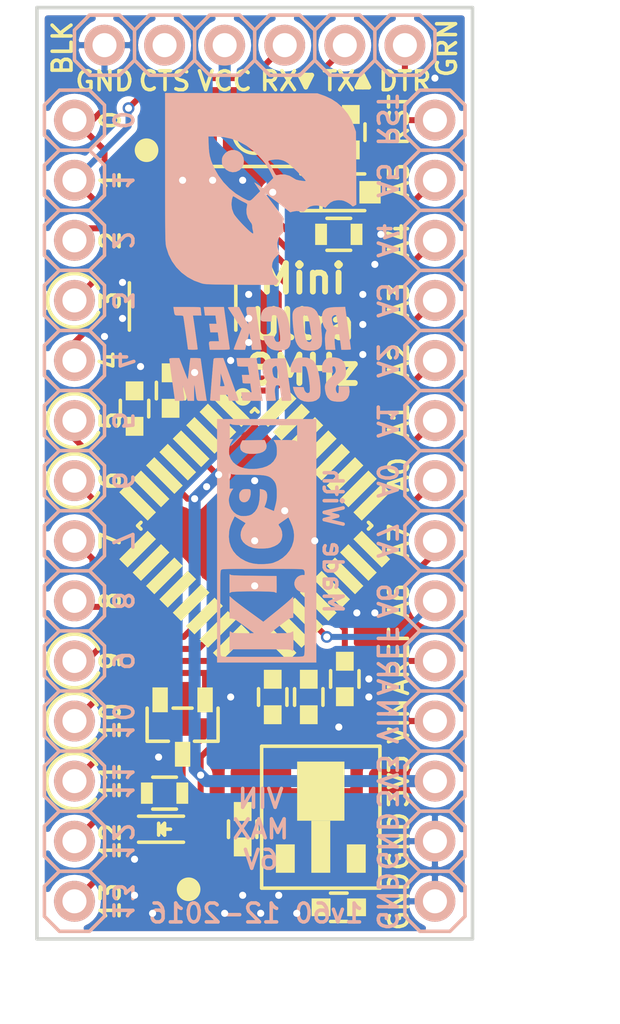
<source format=kicad_pcb>
(kicad_pcb (version 20170123) (host pcbnew no-vcs-found-5f4599f~59~ubuntu16.04.1)
  (layers (0 F.Cu signal) (31 B.Cu signal) (34 B.Paste user) (35 F.Paste user) (36 B.SilkS user) (37 F.SilkS user) (38 B.Mask user) (39 F.Mask user) (44 Edge.Cuts user))
  (net 0 "")
  (net 1 GND)
  (net 2 /D4)
  (net 3 /D9)
  (net 4 /RST)
  (net 5 /D3)
  (net 6 3V3)
  (net 7 /D5)
  (net 8 /D6)
  (net 9 /D7)
  (net 10 /D8)
  (net 11 /D10)
  (net 12 /D11)
  (net 13 /D12)
  (net 14 /D13)
  (net 15 /A6)
  (net 16 AREF)
  (net 17 /A7)
  (net 18 /A0)
  (net 19 /A1)
  (net 20 /A2)
  (net 21 /A3)
  (net 22 /A4)
  (net 23 /A5)
  (net 24 /D0)
  (net 25 /D1)
  (net 26 /D2)
  (net 27 "Net-(D2-Pad1)")
  (net 28 "Net-(M1-Pad~)")
  (net 29 "Net-(M2-Pad~)")
  (net 30 "Net-(Q1-Pad3)")
  (net 31 "Net-(J1-Pad5)")
  (net 32 VIN)
  (net 33 "Net-(U2-Pad7)")
  (net 34 "Net-(U2-Pad8)")
  (net 35 "Net-(C5-Pad1)")
  (net 36 "Net-(C6-Pad2)")
  (module RocketScreamKicadLibrary:LOGO-KICAD_XSmall (layer B.Cu) (at 209.398 133.49 90)
    (fp_text reference LOGO1 hide)
    (fp_text value LOGO-KICAD hide)
  )
  (module RocketScreamKicadLibrary:LOGO-ROCKET-SCREAM_Vertical_XSmall (layer B.Cu) (at 209.144 121.298 180)
    (fp_text reference LOGO2 hide)
    (fp_text value LOGO-ROCKET-SCREAM hide)
  )
  (module RocketScreamKicadLibrary:PBRC-M (layer F.Cu) (at 205.842 123.584 180)
    (fp_text reference Y1 hide)
    (fp_text value PBRC8.00MR50X000)
    (pad 1 smd rect (at -1.5 0 180) (size 0.4 1.7) (layers F.Cu F.Paste F.Mask) (net 33 "Net-(U2-Pad7)"))
    (pad 2 smd rect (at 0 0 180) (size 0.4 1.7) (layers F.Cu F.Paste F.Mask) (net 1 GND))
    (pad 3 smd rect (at 1.5 0 180) (size 0.4 1.7) (layers F.Cu F.Paste F.Mask) (net 34 "Net-(U2-Pad8)"))
    (pad 1 smd rect (at -1.5 1.075 180) (size 1 0.45) (layers F.Cu F.Paste F.Mask) (net 33 "Net-(U2-Pad7)"))
    (pad 1 smd rect (at -1.5 -1.075 180) (size 1 0.45) (layers F.Cu F.Paste F.Mask) (net 33 "Net-(U2-Pad7)"))
    (pad 2 smd rect (at 0 -1.075 180) (size 1 0.45) (layers F.Cu F.Paste F.Mask) (net 1 GND))
    (pad 2 smd rect (at 0 1.075 180) (size 1 0.45) (layers F.Cu F.Paste F.Mask) (net 1 GND))
    (pad 3 smd rect (at 1.5 -1.075 180) (size 1 0.45) (layers F.Cu F.Paste F.Mask) (net 34 "Net-(U2-Pad8)"))
    (pad 3 smd rect (at 1.5 1.075 180) (size 1 0.45) (layers F.Cu F.Paste F.Mask) (net 34 "Net-(U2-Pad8)"))
  )
  (module RocketScreamKicadLibrary:LED_0603 (layer F.Cu) (at 205.08 145.682)
    (fp_text reference D2 hide)
    (fp_text value Red)
    (pad 2 smd rect (at 0.7493 0 180) (size 0.79756 0.79756) (layers F.Cu F.Paste F.Mask) (net 6 3V3))
    (pad 1 smd rect (at -0.7493 0 180) (size 0.79756 0.79756) (layers F.Cu F.Paste F.Mask) (net 27 "Net-(D2-Pad1)"))
  )
  (module RocketScreamKicadLibrary:SOT-23 (layer F.Cu) (at 205.842 141.364 180)
    (fp_text reference Q1 hide)
    (fp_text value 2N7002)
    (pad 1 smd rect (at -0.95 1.15 180) (size 0.65 1.05) (layers F.Cu F.Paste F.SilkS F.Mask) (net 14 /D13))
    (pad 2 smd rect (at 0.95 1.15 180) (size 0.65 1.05) (layers F.Cu F.Paste F.SilkS F.Mask) (net 1 GND))
    (pad 3 smd rect (at 0 -1.15 180) (size 0.65 1.05) (layers F.Cu F.Paste F.SilkS F.Mask) (net 30 "Net-(Q1-Pad3)"))
  )
  (module RocketScreamKicadLibrary:HDR_1x14_Pitch2.54mm (layer B.Cu) (at 201.27 132.22 270)
    (fp_text reference J2 hide)
    (fp_text value "2.54 mm 1x14")
    (pad 10 thru_hole oval (at 6.35 0 270) (size 1.7272 1.7272) (drill 1.016) (layers *.Cu *.Mask B.SilkS) (net 3 /D9))
    (pad 9 thru_hole oval (at 3.81 0 270) (size 1.7272 1.7272) (drill 1.016) (layers *.Cu *.Mask B.SilkS) (net 10 /D8))
    (pad 8 thru_hole oval (at 1.27 0 270) (size 1.7272 1.7272) (drill 1.016) (layers *.Cu *.Mask B.SilkS) (net 9 /D7))
    (pad 7 thru_hole oval (at -1.27 0 270) (size 1.7272 1.7272) (drill 1.016) (layers *.Cu *.Mask B.SilkS) (net 8 /D6))
    (pad 6 thru_hole oval (at -3.81 0 270) (size 1.7272 1.7272) (drill 1.016) (layers *.Cu *.Mask B.SilkS) (net 7 /D5))
    (pad 5 thru_hole oval (at -6.35 0 270) (size 1.7272 1.7272) (drill 1.016) (layers *.Cu *.Mask B.SilkS) (net 2 /D4))
    (pad 4 thru_hole oval (at -8.89 0 270) (size 1.7272 1.7272) (drill 1.016) (layers *.Cu *.Mask B.SilkS) (net 5 /D3))
    (pad 3 thru_hole oval (at -11.43 0 270) (size 1.7272 1.7272) (drill 1.016) (layers *.Cu *.Mask B.SilkS) (net 26 /D2))
    (pad 2 thru_hole oval (at -13.97 0 270) (size 1.7272 1.7272) (drill 1.016) (layers *.Cu *.Mask B.SilkS) (net 25 /D1))
    (pad 1 thru_hole oval (at -16.51 0 270) (size 1.7272 1.7272) (drill 1.016) (layers *.Cu *.Mask B.SilkS) (net 24 /D0))
    (pad 11 thru_hole oval (at 8.89 0 270) (size 1.7272 1.7272) (drill 1.016) (layers *.Cu *.Mask B.SilkS) (net 11 /D10))
    (pad 12 thru_hole oval (at 11.43 0 270) (size 1.7272 1.7272) (drill 1.016) (layers *.Cu *.Mask B.SilkS) (net 12 /D11))
    (pad 13 thru_hole oval (at 13.97 0 270) (size 1.7272 1.7272) (drill 1.016) (layers *.Cu *.Mask B.SilkS) (net 13 /D12))
    (pad 14 thru_hole oval (at 16.51 0 270) (size 1.7272 1.7272) (drill 1.016) (layers *.Cu *.Mask B.SilkS) (net 14 /D13))
  )
  (module RocketScreamKicadLibrary:HDR_1x14_Pitch2.54mm (layer B.Cu) (at 216.51 132.22 270)
    (fp_text reference J3 hide)
    (fp_text value "2.54 mm 1x14")
    (pad 14 thru_hole oval (at 16.51 0 270) (size 1.7272 1.7272) (drill 1.016) (layers *.Cu *.Mask B.SilkS) (net 1 GND))
    (pad 13 thru_hole oval (at 13.97 0 270) (size 1.7272 1.7272) (drill 1.016) (layers *.Cu *.Mask B.SilkS) (net 1 GND))
    (pad 12 thru_hole oval (at 11.43 0 270) (size 1.7272 1.7272) (drill 1.016) (layers *.Cu *.Mask B.SilkS) (net 6 3V3))
    (pad 11 thru_hole oval (at 8.89 0 270) (size 1.7272 1.7272) (drill 1.016) (layers *.Cu *.Mask B.SilkS) (net 32 VIN))
    (pad 1 thru_hole oval (at -16.51 0 270) (size 1.7272 1.7272) (drill 1.016) (layers *.Cu *.Mask B.SilkS) (net 4 /RST))
    (pad 2 thru_hole oval (at -13.97 0 270) (size 1.7272 1.7272) (drill 1.016) (layers *.Cu *.Mask B.SilkS) (net 23 /A5))
    (pad 3 thru_hole oval (at -11.43 0 270) (size 1.7272 1.7272) (drill 1.016) (layers *.Cu *.Mask B.SilkS) (net 22 /A4))
    (pad 4 thru_hole oval (at -8.89 0 270) (size 1.7272 1.7272) (drill 1.016) (layers *.Cu *.Mask B.SilkS) (net 21 /A3))
    (pad 5 thru_hole oval (at -6.35 0 270) (size 1.7272 1.7272) (drill 1.016) (layers *.Cu *.Mask B.SilkS) (net 20 /A2))
    (pad 6 thru_hole oval (at -3.81 0 270) (size 1.7272 1.7272) (drill 1.016) (layers *.Cu *.Mask B.SilkS) (net 19 /A1))
    (pad 7 thru_hole oval (at -1.27 0 270) (size 1.7272 1.7272) (drill 1.016) (layers *.Cu *.Mask B.SilkS) (net 18 /A0))
    (pad 8 thru_hole oval (at 1.27 0 270) (size 1.7272 1.7272) (drill 1.016) (layers *.Cu *.Mask B.SilkS) (net 17 /A7))
    (pad 9 thru_hole oval (at 3.81 0 270) (size 1.7272 1.7272) (drill 1.016) (layers *.Cu *.Mask B.SilkS) (net 15 /A6))
    (pad 10 thru_hole oval (at 6.35 0 270) (size 1.7272 1.7272) (drill 1.016) (layers *.Cu *.Mask B.SilkS) (net 16 AREF))
  )
  (module RocketScreamKicadLibrary:HDR_1x6_Pitch2.54mm (layer B.Cu) (at 208.89 112.54 180)
    (fp_text reference J1 hide)
    (fp_text value "2.54 mm 1x6")
    (pad 1 thru_hole oval (at -6.35 0 180) (size 1.7272 1.7272) (drill 1.016) (layers *.Cu *.Mask B.SilkS) (net 36 "Net-(C6-Pad2)"))
    (pad 2 thru_hole oval (at -3.81 0 180) (size 1.7272 1.7272) (drill 1.016) (layers *.Cu *.Mask B.SilkS) (net 25 /D1))
    (pad 3 thru_hole oval (at -1.27 0 180) (size 1.7272 1.7272) (drill 1.016) (layers *.Cu *.Mask B.SilkS) (net 24 /D0))
    (pad 4 thru_hole oval (at 1.27 0 180) (size 1.7272 1.7272) (drill 1.016) (layers *.Cu *.Mask B.SilkS) (net 6 3V3))
    (pad 5 thru_hole oval (at 3.81 0 180) (size 1.7272 1.7272) (drill 1.016) (layers *.Cu *.Mask B.SilkS) (net 31 "Net-(J1-Pad5)"))
    (pad 6 thru_hole oval (at 6.35 0 180) (size 1.7272 1.7272) (drill 1.016) (layers *.Cu *.Mask B.SilkS) (net 1 GND))
  )
  (module RocketScreamKicadLibrary:SOD-123 (layer F.Cu) (at 212.192 118.758)
    (fp_text reference D1 hide)
    (fp_text value 1N4148)
    (pad 1 smd rect (at -1.575 0) (size 0.9 0.95) (layers F.Cu F.Paste F.SilkS F.Mask) (net 6 3V3))
    (pad 2 smd rect (at 1.575 0) (size 0.9 0.95) (layers F.Cu F.Paste F.SilkS F.Mask) (net 4 /RST))
  )
  (module RocketScreamKicadLibrary:TQFP-32_7x7mm_Pitch0.8mm (layer F.Cu) (at 208.89 132.853 315)
    (fp_text reference U2 hide)
    (fp_text value ATMEGA328P-AU)
    (pad 1 smd rect (at -4.199999 -2.8 315) (size 1.7 0.5) (layers F.Cu F.Paste F.SilkS F.Mask) (net 5 /D3))
    (pad 2 smd rect (at -4.2 -2 315) (size 1.7 0.5) (layers F.Cu F.Paste F.SilkS F.Mask) (net 2 /D4))
    (pad 3 smd rect (at -4.2 -1.200001 315) (size 1.7 0.5) (layers F.Cu F.Paste F.SilkS F.Mask) (net 1 GND))
    (pad 4 smd rect (at -4.2 -0.4 315) (size 1.7 0.5) (layers F.Cu F.Paste F.SilkS F.Mask) (net 6 3V3))
    (pad 5 smd rect (at -4.2 0.4 315) (size 1.7 0.5) (layers F.Cu F.Paste F.SilkS F.Mask) (net 1 GND))
    (pad 6 smd rect (at -4.2 1.200001 315) (size 1.7 0.5) (layers F.Cu F.Paste F.SilkS F.Mask) (net 6 3V3))
    (pad 7 smd rect (at -4.2 2 315) (size 1.7 0.5) (layers F.Cu F.Paste F.SilkS F.Mask) (net 33 "Net-(U2-Pad7)"))
    (pad 8 smd rect (at -4.199999 2.8 315) (size 1.7 0.5) (layers F.Cu F.Paste F.SilkS F.Mask) (net 34 "Net-(U2-Pad8)"))
    (pad 9 smd rect (at -2.8 4.199999 45) (size 1.7 0.5) (layers F.Cu F.Paste F.SilkS F.Mask) (net 7 /D5))
    (pad 10 smd rect (at -2 4.2 45) (size 1.7 0.5) (layers F.Cu F.Paste F.SilkS F.Mask) (net 8 /D6))
    (pad 11 smd rect (at -1.200001 4.2 45) (size 1.7 0.5) (layers F.Cu F.Paste F.SilkS F.Mask) (net 9 /D7))
    (pad 12 smd rect (at -0.4 4.2 45) (size 1.7 0.5) (layers F.Cu F.Paste F.SilkS F.Mask) (net 10 /D8))
    (pad 13 smd rect (at 0.4 4.2 45) (size 1.7 0.5) (layers F.Cu F.Paste F.SilkS F.Mask) (net 3 /D9))
    (pad 14 smd rect (at 1.200001 4.2 45) (size 1.7 0.5) (layers F.Cu F.Paste F.SilkS F.Mask) (net 11 /D10))
    (pad 15 smd rect (at 2 4.2 45) (size 1.7 0.5) (layers F.Cu F.Paste F.SilkS F.Mask) (net 12 /D11))
    (pad 16 smd rect (at 2.8 4.199999 45) (size 1.7 0.5) (layers F.Cu F.Paste F.SilkS F.Mask) (net 13 /D12))
    (pad 17 smd rect (at 4.199999 2.8 315) (size 1.7 0.5) (layers F.Cu F.Paste F.SilkS F.Mask) (net 14 /D13))
    (pad 18 smd rect (at 4.2 2 315) (size 1.7 0.5) (layers F.Cu F.Paste F.SilkS F.Mask) (net 35 "Net-(C5-Pad1)"))
    (pad 19 smd rect (at 4.2 1.200001 315) (size 1.7 0.5) (layers F.Cu F.Paste F.SilkS F.Mask) (net 15 /A6))
    (pad 20 smd rect (at 4.2 0.4 315) (size 1.7 0.5) (layers F.Cu F.Paste F.SilkS F.Mask) (net 16 AREF))
    (pad 21 smd rect (at 4.2 -0.4 315) (size 1.7 0.5) (layers F.Cu F.Paste F.SilkS F.Mask) (net 1 GND))
    (pad 22 smd rect (at 4.2 -1.200001 315) (size 1.7 0.5) (layers F.Cu F.Paste F.SilkS F.Mask) (net 17 /A7))
    (pad 23 smd rect (at 4.2 -2 315) (size 1.7 0.5) (layers F.Cu F.Paste F.SilkS F.Mask) (net 18 /A0))
    (pad 24 smd rect (at 4.199999 -2.8 315) (size 1.7 0.5) (layers F.Cu F.Paste F.SilkS F.Mask) (net 19 /A1))
    (pad 25 smd rect (at 2.8 -4.199999 45) (size 1.7 0.5) (layers F.Cu F.Paste F.SilkS F.Mask) (net 20 /A2))
    (pad 26 smd rect (at 2 -4.2 45) (size 1.7 0.5) (layers F.Cu F.Paste F.SilkS F.Mask) (net 21 /A3))
    (pad 27 smd rect (at 1.200001 -4.2 45) (size 1.7 0.5) (layers F.Cu F.Paste F.SilkS F.Mask) (net 22 /A4))
    (pad 28 smd rect (at 0.4 -4.2 45) (size 1.7 0.5) (layers F.Cu F.Paste F.SilkS F.Mask) (net 23 /A5))
    (pad 29 smd rect (at -0.4 -4.2 45) (size 1.7 0.5) (layers F.Cu F.Paste F.SilkS F.Mask) (net 4 /RST))
    (pad 30 smd rect (at -1.200001 -4.2 45) (size 1.7 0.5) (layers F.Cu F.Paste F.SilkS F.Mask) (net 24 /D0))
    (pad 31 smd rect (at -2 -4.2 45) (size 1.7 0.5) (layers F.Cu F.Paste F.SilkS F.Mask) (net 25 /D1))
    (pad 32 smd rect (at -2.8 -4.199999 45) (size 1.7 0.5) (layers F.Cu F.Paste F.SilkS F.Mask) (net 26 /D2))
  )
  (module RocketScreamKicadLibrary:TS-107A (layer F.Cu) (at 208.89 116.218)
    (fp_text reference SW1 hide)
    (fp_text value SPNO)
    (pad 1 smd rect (at -2.175 0) (size 1.15 1.7) (layers F.Cu F.Paste F.Mask) (net 1 GND))
    (pad 2 smd rect (at 2.175 0) (size 1.15 1.7) (layers F.Cu F.Paste F.Mask) (net 4 /RST))
  )
  (module RocketScreamKicadLibrary:I_0603 (layer F.Cu) (at 209.652 140.094 270)
    (fp_text reference L1 hide)
    (fp_text value LBMF1608T100K)
    (pad 1 smd rect (at -0.75 0 270) (size 0.8 0.75) (layers F.Cu F.Paste F.SilkS F.Mask) (net 35 "Net-(C5-Pad1)"))
    (pad 2 smd rect (at 0.75 0 270) (size 0.8 0.75) (layers F.Cu F.Paste F.SilkS F.Mask) (net 6 3V3))
  )
  (module RocketScreamKicadLibrary:C_0603 (layer F.Cu) (at 212.954 116.218 90)
    (fp_text reference C6 hide)
    (fp_text value 100nF)
    (pad 1 smd rect (at -0.75 0 90) (size 0.8 0.75) (layers F.Cu F.Paste F.SilkS F.Mask) (net 4 /RST))
    (pad 2 smd rect (at 0.75 0 90) (size 0.8 0.75) (layers F.Cu F.Paste F.SilkS F.Mask) (net 36 "Net-(C6-Pad2)"))
  )
  (module RocketScreamKicadLibrary:C_0603 (layer F.Cu) (at 211.176 140.094 270)
    (fp_text reference C5 hide)
    (fp_text value 100nF)
    (pad 1 smd rect (at -0.75 0 270) (size 0.8 0.75) (layers F.Cu F.Paste F.SilkS F.Mask) (net 35 "Net-(C5-Pad1)"))
    (pad 2 smd rect (at 0.75 0 270) (size 0.8 0.75) (layers F.Cu F.Paste F.SilkS F.Mask) (net 1 GND))
  )
  (module RocketScreamKicadLibrary:C_0603 (layer F.Cu) (at 205.334 127.14 90)
    (fp_text reference C1 hide)
    (fp_text value 100nF)
    (pad 1 smd rect (at -0.75 0 90) (size 0.8 0.75) (layers F.Cu F.Paste F.SilkS F.Mask) (net 6 3V3))
    (pad 2 smd rect (at 0.75 0 90) (size 0.8 0.75) (layers F.Cu F.Paste F.SilkS F.Mask) (net 1 GND))
  )
  (module RocketScreamKicadLibrary:C_0603 (layer F.Cu) (at 212.446 148.984 180)
    (fp_text reference C4 hide)
    (fp_text value "1uF 25V X5R")
    (pad 1 smd rect (at -0.75 0 180) (size 0.8 0.75) (layers F.Cu F.Paste F.SilkS F.Mask) (net 6 3V3))
    (pad 2 smd rect (at 0.75 0 180) (size 0.8 0.75) (layers F.Cu F.Paste F.SilkS F.Mask) (net 1 GND))
  )
  (module RocketScreamKicadLibrary:C_0603 (layer F.Cu) (at 212.7 139.332 270)
    (fp_text reference C7 hide)
    (fp_text value 100nF)
    (pad 1 smd rect (at -0.75 0 270) (size 0.8 0.75) (layers F.Cu F.Paste F.SilkS F.Mask) (net 16 AREF))
    (pad 2 smd rect (at 0.75 0 270) (size 0.8 0.75) (layers F.Cu F.Paste F.SilkS F.Mask) (net 1 GND))
  )
  (module RocketScreamKicadLibrary:C_0603 (layer F.Cu) (at 203.81 127.902 90)
    (fp_text reference C2 hide)
    (fp_text value 100nF)
    (pad 1 smd rect (at -0.75 0 90) (size 0.8 0.75) (layers F.Cu F.Paste F.SilkS F.Mask) (net 6 3V3))
    (pad 2 smd rect (at 0.75 0 90) (size 0.8 0.75) (layers F.Cu F.Paste F.SilkS F.Mask) (net 1 GND))
  )
  (module RocketScreamKicadLibrary:C_0603 (layer F.Cu) (at 208.382 145.682 270)
    (fp_text reference C3 hide)
    (fp_text value "1uF 25V X5R")
    (pad 1 smd rect (at -0.75 0 270) (size 0.8 0.75) (layers F.Cu F.Paste F.SilkS F.Mask) (net 32 VIN))
    (pad 2 smd rect (at 0.75 0 270) (size 0.8 0.75) (layers F.Cu F.Paste F.SilkS F.Mask) (net 1 GND))
  )
  (module RocketScreamKicadLibrary:R_0603 (layer F.Cu) (at 205.08 144.158 180)
    (fp_text reference R2 hide)
    (fp_text value 1K)
    (pad 1 smd rect (at -0.75 0 180) (size 0.5 0.9) (layers F.Cu F.Paste F.SilkS F.Mask) (net 30 "Net-(Q1-Pad3)"))
    (pad 2 smd rect (at 0.75 0 180) (size 0.5 0.9) (layers F.Cu F.Paste F.SilkS F.Mask) (net 27 "Net-(D2-Pad1)"))
  )
  (module RocketScreamKicadLibrary:R_0603 (layer F.Cu) (at 212.446 120.536)
    (fp_text reference R1 hide)
    (fp_text value 10K)
    (pad 1 smd rect (at -0.75 0) (size 0.5 0.9) (layers F.Cu F.Paste F.SilkS F.Mask) (net 6 3V3))
    (pad 2 smd rect (at 0.75 0) (size 0.5 0.9) (layers F.Cu F.Paste F.SilkS F.Mask) (net 4 /RST))
  )
  (module RocketScreamKicadLibrary:SOT-89 (layer F.Cu) (at 211.684 145.174)
    (fp_text reference U1 hide)
    (fp_text value MCP1700T-3302E/MB)
    (pad 1 smd rect (at -1.5 1.75) (size 0.8 1.2) (layers F.Cu F.Paste F.SilkS F.Mask) (net 1 GND))
    (pad 2 smd rect (at 0 1.1) (size 0.8 2.2) (drill (offset 0 0.15)) (layers F.Cu F.Paste F.SilkS F.Mask) (net 32 VIN))
    (pad 3 smd rect (at 1.5 1.75) (size 0.8 1.2) (layers F.Cu F.Paste F.SilkS F.Mask) (net 6 3V3))
    (pad 2 smd rect (at 0 0) (size 2 2.5) (drill (offset 0 -1.1)) (layers F.Cu F.Paste F.SilkS F.Mask) (net 32 VIN))
  )
  (module RocketScreamKicadLibrary:FIDUCIAL-1MM (layer F.Cu) (at 206.096 148.222)
    (fp_text reference M1 hide)
    (fp_text value FIDUCIAL)
    (pad ~ smd circle (at 0 0) (size 1 1) (layers F.Cu F.SilkS F.Mask) (net 28 "Net-(M1-Pad~)") (clearance 1))
  )
  (module RocketScreamKicadLibrary:FIDUCIAL-1MM (layer F.Cu) (at 204.318 116.98)
    (fp_text reference M2 hide)
    (fp_text value FIDUCIAL)
    (pad ~ smd circle (at 0 0) (size 1 1) (layers F.Cu F.SilkS F.Mask) (net 29 "Net-(M2-Pad~)") (clearance 1))
  )
  (gr_text "Made With" (at 212.192 133.49 270) (layer B.SilkS) (effects (font (size 0.8 0.8)) (justify mirror)))
  (gr_text 0 (at 203.302 115.71 270) (layer B.SilkS) (effects (font (size 0.8 0.8)) (justify mirror)))
  (gr_text 1 (at 203.302 118.25 270) (layer B.SilkS) (effects (font (size 0.8 0.8)) (justify mirror)))
  (gr_text 2 (at 203.302 120.79 270) (layer B.SilkS) (effects (font (size 0.8 0.8)) (justify mirror)))
  (gr_text 3 (at 203.302 123.33 270) (layer B.SilkS) (effects (font (size 0.8 0.8)) (justify mirror)))
  (gr_text 4 (at 203.302 125.87 270) (layer B.SilkS) (effects (font (size 0.8 0.8)) (justify mirror)))
  (gr_text 5 (at 203.302 128.41 270) (layer B.SilkS) (effects (font (size 0.8 0.8)) (justify mirror)))
  (gr_text 6 (at 203.302 130.95 270) (layer B.SilkS) (effects (font (size 0.8 0.8)) (justify mirror)))
  (gr_text 7 (at 203.302 133.49 270) (layer B.SilkS) (effects (font (size 0.8 0.8)) (justify mirror)))
  (gr_text 8 (at 203.302 136.03 270) (layer B.SilkS) (effects (font (size 0.8 0.8)) (justify mirror)))
  (gr_text 9 (at 203.302 138.57 270) (layer B.SilkS) (effects (font (size 0.8 0.8)) (justify mirror)))
  (gr_text RST (at 214.478 115.71 270) (layer B.SilkS) (effects (font (size 0.8 0.8)) (justify mirror)))
  (gr_text A5 (at 214.478 118.25 270) (layer B.SilkS) (effects (font (size 0.8 0.8)) (justify mirror)))
  (gr_text A4 (at 214.478 120.79 270) (layer B.SilkS) (effects (font (size 0.8 0.8)) (justify mirror)))
  (gr_text A3 (at 214.478 123.33 270) (layer B.SilkS) (effects (font (size 0.8 0.8)) (justify mirror)))
  (gr_text A2 (at 214.478 125.87 270) (layer B.SilkS) (effects (font (size 0.8 0.8)) (justify mirror)))
  (gr_text A1 (at 214.478 128.41 270) (layer B.SilkS) (effects (font (size 0.8 0.8)) (justify mirror)))
  (gr_text A0 (at 214.478 130.95 270) (layer B.SilkS) (effects (font (size 0.8 0.8)) (justify mirror)))
  (gr_text A7 (at 214.478 133.49 270) (layer B.SilkS) (effects (font (size 0.8 0.8)) (justify mirror)))
  (gr_text A6 (at 214.478 136.03 270) (layer B.SilkS) (effects (font (size 0.8 0.8)) (justify mirror)))
  (gr_text AREF (at 214.478 138.57 270) (layer B.SilkS) (effects (font (size 0.8 0.8)) (justify mirror)))
  (gr_text VIN (at 214.478 141.11 270) (layer B.SilkS) (effects (font (size 0.8 0.8)) (justify mirror)))
  (gr_text 3V3 (at 214.478 143.65 270) (layer B.SilkS) (effects (font (size 0.8 0.8)) (justify mirror)))
  (gr_text GND (at 214.478 146.19 270) (layer B.SilkS) (effects (font (size 0.8 0.8)) (justify mirror)))
  (gr_text GND (at 214.478 148.73 270) (layer B.SilkS) (effects (font (size 0.8 0.8)) (justify mirror)))
  (gr_text "VIN\nMAX\n6V" (at 209.144 145.682) (layer B.SilkS) (effects (font (size 0.8 0.8)) (justify mirror)))
  (gr_text 10 (at 203.302 141.11 270) (layer B.SilkS) (effects (font (size 0.8 0.8)) (justify mirror)))
  (gr_text 11 (at 203.302 143.65 270) (layer B.SilkS) (effects (font (size 0.8 0.8)) (justify mirror)))
  (gr_text 12 (at 203.302 146.19 270) (layer B.SilkS) (effects (font (size 0.8 0.8)) (justify mirror)))
  (gr_text 13 (at 203.302 148.73 270) (layer B.SilkS) (effects (font (size 0.8 0.8)) (justify mirror)))
  (gr_text "Mini\nUltra\n8MHz" (at 210.922 124.346) (layer F.SilkS) (effects (font (size 1.2 1.2) (thickness 0.25))))
  (gr_text AREF (at 214.986 138.57 90) (layer F.SilkS) (effects (font (size 0.8 0.8))))
  (gr_text VIN (at 214.986 141.11 90) (layer F.SilkS) (effects (font (size 0.8 0.8))))
  (gr_text 3V3 (at 214.986 143.65 90) (layer F.SilkS) (effects (font (size 0.8 0.8))))
  (gr_text GND (at 214.986 146.19 90) (layer F.SilkS) (effects (font (size 0.8 0.8))))
  (gr_text GND (at 214.986 148.73 90) (layer F.SilkS) (effects (font (size 0.8 0.8))))
  (gr_text A6 (at 214.986 136.03 90) (layer F.SilkS) (effects (font (size 0.8 0.8))))
  (gr_text A7 (at 214.986 133.49 90) (layer F.SilkS) (effects (font (size 0.8 0.8))))
  (gr_text A0 (at 214.986 130.696 90) (layer F.SilkS) (effects (font (size 0.8 0.8))))
  (gr_text A1 (at 214.986 128.41 90) (layer F.SilkS) (effects (font (size 0.8 0.8))))
  (gr_text A2 (at 214.986 125.87 90) (layer F.SilkS) (effects (font (size 0.8 0.8))))
  (gr_arc (start 201.27 138.57) (end 202.286 139.078) (angle 306.9) (layer F.SilkS) (width 0.15))
  (gr_arc (start 201.27 143.65) (end 202.159 144.412) (angle 282.5) (layer F.SilkS) (width 0.15))
  (gr_arc (start 201.27 141.11) (end 202.159 141.872) (angle 283.9) (layer F.SilkS) (width 0.15))
  (gr_arc (start 201.27 130.95) (end 202.286 131.458) (angle 306.9) (layer F.SilkS) (width 0.15))
  (gr_arc (start 201.27 128.41) (end 202.286 128.918) (angle 306.9) (layer F.SilkS) (width 0.15))
  (gr_text A3 (at 214.986 123.33 90) (layer F.SilkS) (effects (font (size 0.8 0.8))))
  (gr_text A4 (at 214.986 120.79 90) (layer F.SilkS) (effects (font (size 0.8 0.8))))
  (gr_arc (start 201.27 123.33) (end 202.286 123.838) (angle 306.9) (layer F.SilkS) (width 0.15))
  (gr_text A5 (at 214.986 118.25 90) (layer F.SilkS) (effects (font (size 0.8 0.8))))
  (gr_text RST (at 214.986 115.71 90) (layer F.SilkS) (effects (font (size 0.8 0.8))))
  (gr_line (start 213.462 113.805) (end 213.208 114.313) (layer F.SilkS) (width 0.2))
  (gr_line (start 213.208 114.313) (end 213.716 114.313) (layer F.SilkS) (width 0.2))
  (gr_line (start 213.716 114.313) (end 213.462 113.805) (layer F.SilkS) (width 0.2))
  (gr_line (start 213.462 113.805) (end 213.462 114.313) (layer F.SilkS) (width 0.2))
  (gr_line (start 211.049 113.805) (end 211.049 114.313) (layer F.SilkS) (width 0.2))
  (gr_line (start 211.049 114.313) (end 210.795 113.805) (layer F.SilkS) (width 0.2))
  (gr_line (start 211.303 113.805) (end 211.049 114.313) (layer F.SilkS) (width 0.2))
  (gr_line (start 210.795 113.805) (end 211.303 113.805) (layer F.SilkS) (width 0.2))
  (gr_text DTR (at 215.24 114.059) (layer F.SilkS) (effects (font (size 0.8 0.8))))
  (gr_text TX (at 212.446 114.059) (layer F.SilkS) (effects (font (size 0.8 0.8))))
  (gr_text RX (at 209.906 114.059) (layer F.SilkS) (effects (font (size 0.8 0.8))))
  (gr_text VCC (at 207.62 114.059) (layer F.SilkS) (effects (font (size 0.8 0.8))))
  (gr_text CTS (at 205.08 114.059) (layer F.SilkS) (effects (font (size 0.8 0.8))))
  (gr_text GND (at 202.54 114.059) (layer F.SilkS) (effects (font (size 0.8 0.8))))
  (gr_text GRN (at 217.018 112.662 90) (layer F.SilkS) (effects (font (size 0.8 0.8))))
  (gr_text BLK (at 200.762 112.662 90) (layer F.SilkS) (effects (font (size 0.8 0.8))))
  (gr_text 0 (at 202.794 115.71 90) (layer F.SilkS) (effects (font (size 0.8 0.8))))
  (gr_text 1 (at 202.794 118.25 90) (layer F.SilkS) (effects (font (size 0.8 0.8))))
  (gr_text 2 (at 202.794 120.79 90) (layer F.SilkS) (effects (font (size 0.8 0.8))))
  (gr_text 3 (at 202.794 123.33 90) (layer F.SilkS) (effects (font (size 0.8 0.8))))
  (gr_text 4 (at 202.794 125.87 90) (layer F.SilkS) (effects (font (size 0.8 0.8))))
  (gr_text 5 (at 202.794 128.41 90) (layer F.SilkS) (effects (font (size 0.8 0.8))))
  (gr_text 6 (at 202.794 130.95 90) (layer F.SilkS) (effects (font (size 0.8 0.8))))
  (gr_line (start 199.6825 110.95) (end 218.0975 110.95) (layer Edge.Cuts) (width 0.15))
  (gr_text 7 (at 202.794 133.49 90) (layer F.SilkS) (effects (font (size 0.8 0.8))))
  (gr_text 8 (at 202.794 136.03 90) (layer F.SilkS) (effects (font (size 0.8 0.8))))
  (gr_text 9 (at 202.794 138.57 90) (layer F.SilkS) (effects (font (size 0.8 0.8))))
  (gr_text 10 (at 202.794 141.11 90) (layer F.SilkS) (effects (font (size 0.8 0.8))))
  (gr_text 11 (at 202.794 143.65 90) (layer F.SilkS) (effects (font (size 0.8 0.8))))
  (gr_text 12 (at 202.794 146.19 90) (layer F.SilkS) (effects (font (size 0.8 0.8))))
  (gr_text 13 (at 202.794 148.73 90) (layer F.SilkS) (effects (font (size 0.8 0.8))))
  (gr_line (start 218.0975 110.95) (end 218.0975 150.32) (layer Edge.Cuts) (width 0.15))
  (gr_line (start 199.6825 150.32) (end 218.0975 150.32) (layer Edge.Cuts) (width 0.15))
  (gr_line (start 199.6825 110.95) (end 199.6825 150.32) (layer Edge.Cuts) (width 0.15))
  (gr_text "1v60 12-2016 " (at 208.636 149.238) (layer B.SilkS) (effects (font (size 0.8 0.8)) (justify mirror)))
  (segment (start 214.224 115.456) (end 215.748 113.932) (width 0.254) (layer B.Cu) (net 1))
  (segment (start 215.748 113.932) (end 216.51 113.932) (width 0.254) (layer B.Cu) (net 1))
  (via (at 216.51 113.932) (size 0.5) (drill 0.3) (layers F.Cu B.Cu) (net 1))
  (segment (start 214.224 120.536) (end 214.224 115.456) (width 0.254) (layer B.Cu) (net 1))
  (segment (start 208.89 133.49) (end 208.89 135.395) (width 0.254) (layer F.Cu) (net 1))
  (via (at 208.89 135.395) (size 0.5) (drill 0.3) (layers F.Cu B.Cu) (net 1))
  (segment (start 211.43 133.49) (end 210.16 132.22) (width 0.254) (layer F.Cu) (net 1))
  (segment (start 208.89 133.49) (end 210.16 132.22) (width 0.254) (layer F.Cu) (net 1))
  (segment (start 210.16 132.22) (end 208.89 130.95) (width 0.254) (layer F.Cu) (net 1))
  (via (at 210.16 132.22) (size 0.5) (drill 0.3) (layers F.Cu B.Cu) (net 1))
  (segment (start 208.89 130.95) (end 208.89 133.49) (width 0.254) (layer B.Cu) (net 1))
  (via (at 208.89 133.49) (size 0.5) (drill 0.3) (layers F.Cu B.Cu) (net 1))
  (via (at 208.89 130.95) (size 0.5) (drill 0.3) (layers F.Cu B.Cu) (net 1))
  (segment (start 213.208 136.538) (end 213.208 135.268) (width 0.254) (layer B.Cu) (net 1))
  (segment (start 213.208 135.268) (end 211.43 133.49) (width 0.254) (layer B.Cu) (net 1))
  (via (at 211.43 133.49) (size 0.5) (drill 0.3) (layers F.Cu B.Cu) (net 1))
  (segment (start 213.716 140.094) (end 207.874 140.094) (width 0.254) (layer B.Cu) (net 1))
  (via (at 207.874 140.094) (size 0.5) (drill 0.3) (layers F.Cu B.Cu) (net 1))
  (segment (start 204.892 140.214) (end 204.892 142.568) (width 0.254) (layer F.Cu) (net 1))
  (segment (start 204.892 142.568) (end 204.826 142.634) (width 0.254) (layer F.Cu) (net 1))
  (via (at 204.826 142.634) (size 0.5) (drill 0.3) (layers F.Cu B.Cu) (net 1))
  (segment (start 204.572 147.714) (end 203.81 146.952) (width 0.254) (layer B.Cu) (net 1))
  (via (at 203.81 146.952) (size 0.5) (drill 0.3) (layers F.Cu B.Cu) (net 1))
  (segment (start 203.81 148.476) (end 204.572 147.714) (width 0.254) (layer B.Cu) (net 1))
  (segment (start 204.572 149.238) (end 203.81 148.476) (width 0.254) (layer F.Cu) (net 1))
  (via (at 203.81 148.476) (size 0.5) (drill 0.3) (layers F.Cu B.Cu) (net 1))
  (segment (start 207.62 149.238) (end 204.572 149.238) (width 0.254) (layer B.Cu) (net 1))
  (via (at 204.572 149.238) (size 0.5) (drill 0.3) (layers F.Cu B.Cu) (net 1))
  (segment (start 213.97 121.806) (end 214.224 121.552) (width 0.254) (layer B.Cu) (net 1))
  (segment (start 214.224 121.552) (end 214.224 120.536) (width 0.254) (layer B.Cu) (net 1))
  (via (at 214.224 120.536) (size 0.5) (drill 0.3) (layers F.Cu B.Cu) (net 1))
  (segment (start 213.462 123.076) (end 213.462 122.314) (width 0.254) (layer F.Cu) (net 1))
  (segment (start 213.462 122.314) (end 213.97 121.806) (width 0.254) (layer F.Cu) (net 1))
  (via (at 213.97 121.806) (size 0.5) (drill 0.3) (layers F.Cu B.Cu) (net 1))
  (segment (start 213.462 124.346) (end 213.462 123.076) (width 0.254) (layer B.Cu) (net 1))
  (via (at 213.462 123.076) (size 0.5) (drill 0.3) (layers F.Cu B.Cu) (net 1))
  (segment (start 213.462 125.616) (end 213.462 124.346) (width 0.254) (layer F.Cu) (net 1))
  (via (at 213.462 124.346) (size 0.5) (drill 0.3) (layers F.Cu B.Cu) (net 1))
  (segment (start 213.208 136.538) (end 213.208 125.87) (width 0.254) (layer B.Cu) (net 1))
  (segment (start 213.208 125.87) (end 213.462 125.616) (width 0.254) (layer B.Cu) (net 1))
  (via (at 213.462 125.616) (size 0.5) (drill 0.3) (layers F.Cu B.Cu) (net 1))
  (segment (start 203.302 124.092) (end 203.302 122.568) (width 0.254) (layer B.Cu) (net 1))
  (via (at 203.302 122.568) (size 0.5) (drill 0.3) (layers F.Cu B.Cu) (net 1))
  (segment (start 202.54 124.854) (end 203.302 124.092) (width 0.254) (layer F.Cu) (net 1))
  (via (at 203.302 124.092) (size 0.5) (drill 0.3) (layers F.Cu B.Cu) (net 1))
  (segment (start 203.302 125.362) (end 202.794 124.854) (width 0.254) (layer B.Cu) (net 1))
  (segment (start 202.794 124.854) (end 202.54 124.854) (width 0.254) (layer B.Cu) (net 1))
  (via (at 202.54 124.854) (size 0.5) (drill 0.3) (layers F.Cu B.Cu) (net 1))
  (segment (start 204.064 126.124) (end 203.302 125.362) (width 0.254) (layer B.Cu) (net 1))
  (segment (start 207.112 118.25) (end 208.382 118.25) (width 0.254) (layer F.Cu) (net 1))
  (via (at 208.382 118.25) (size 0.5) (drill 0.3) (layers F.Cu B.Cu) (net 1))
  (segment (start 205.842 118.25) (end 207.112 118.25) (width 0.254) (layer B.Cu) (net 1))
  (via (at 207.112 118.25) (size 0.5) (drill 0.3) (layers F.Cu B.Cu) (net 1))
  (segment (start 206.715 116.218) (end 206.715 117.377) (width 0.254) (layer F.Cu) (net 1))
  (segment (start 206.715 117.377) (end 205.842 118.25) (width 0.254) (layer F.Cu) (net 1))
  (via (at 205.842 118.25) (size 0.5) (drill 0.3) (layers F.Cu B.Cu) (net 1))
  (segment (start 208.636 124.092) (end 208.636 123.076) (width 0.254) (layer F.Cu) (net 1))
  (via (at 208.636 123.076) (size 0.5) (drill 0.3) (layers F.Cu B.Cu) (net 1))
  (segment (start 208.636 125.108) (end 208.636 124.092) (width 0.254) (layer B.Cu) (net 1))
  (via (at 208.636 124.092) (size 0.5) (drill 0.3) (layers F.Cu B.Cu) (net 1))
  (segment (start 207.874 125.87) (end 208.636 125.108) (width 0.254) (layer F.Cu) (net 1))
  (via (at 208.636 125.108) (size 0.5) (drill 0.3) (layers F.Cu B.Cu) (net 1))
  (segment (start 207.62 126.124) (end 207.874 125.87) (width 0.254) (layer B.Cu) (net 1))
  (via (at 207.874 125.87) (size 0.5) (drill 0.3) (layers F.Cu B.Cu) (net 1))
  (segment (start 206.604 126.124) (end 207.62 126.124) (width 0.254) (layer B.Cu) (net 1))
  (segment (start 206.35 126.378) (end 206.604 126.124) (width 0.254) (layer B.Cu) (net 1))
  (segment (start 205.334 126.39) (end 206.338 126.39) (width 0.254) (layer F.Cu) (net 1))
  (segment (start 206.338 126.39) (end 206.35 126.378) (width 0.254) (layer F.Cu) (net 1))
  (via (at 206.35 126.378) (size 0.5) (drill 0.3) (layers F.Cu B.Cu) (net 1))
  (segment (start 203.81 127.152) (end 203.81 126.378) (width 0.254) (layer F.Cu) (net 1))
  (via (at 204.064 126.124) (size 0.5) (drill 0.3) (layers F.Cu B.Cu) (net 1))
  (segment (start 203.81 126.378) (end 204.064 126.124) (width 0.254) (layer F.Cu) (net 1))
  (segment (start 209.144 149.238) (end 209.906 148.476) (width 0.254) (layer B.Cu) (net 1))
  (via (at 209.906 148.476) (size 0.5) (drill 0.3) (layers F.Cu B.Cu) (net 1))
  (segment (start 207.62 149.238) (end 208.382 148.476) (width 0.254) (layer F.Cu) (net 1))
  (via (at 208.382 148.476) (size 0.5) (drill 0.3) (layers F.Cu B.Cu) (net 1))
  (via (at 207.62 149.238) (size 0.5) (drill 0.3) (layers F.Cu B.Cu) (net 1))
  (segment (start 209.144 149.238) (end 207.62 149.238) (width 0.254) (layer B.Cu) (net 1))
  (via (at 209.144 149.238) (size 0.5) (drill 0.3) (layers F.Cu B.Cu) (net 1))
  (segment (start 210.668 149.238) (end 209.144 149.238) (width 0.254) (layer F.Cu) (net 1))
  (segment (start 211.696 148.984) (end 210.922 148.984) (width 0.254) (layer F.Cu) (net 1))
  (segment (start 210.922 148.984) (end 210.668 149.238) (width 0.254) (layer F.Cu) (net 1))
  (via (at 210.668 149.238) (size 0.5) (drill 0.3) (layers F.Cu B.Cu) (net 1))
  (segment (start 211.176 140.844) (end 211.926 140.844) (width 0.254) (layer F.Cu) (net 1))
  (segment (start 211.926 140.844) (end 212.446 141.364) (width 0.254) (layer F.Cu) (net 1))
  (via (at 212.446 141.364) (size 0.5) (drill 0.3) (layers F.Cu B.Cu) (net 1))
  (segment (start 213.208 136.538) (end 213.97 136.538) (width 0.254) (layer F.Cu) (net 1))
  (via (at 213.97 136.538) (size 0.5) (drill 0.3) (layers F.Cu B.Cu) (net 1))
  (segment (start 213.208 136.538) (end 213.140685 136.538) (width 0.254) (layer F.Cu) (net 1))
  (segment (start 213.140685 136.538) (end 212.142691 135.540006) (width 0.254) (layer F.Cu) (net 1))
  (segment (start 211.176 137.3) (end 211.938 136.538) (width 0.254) (layer B.Cu) (net 1))
  (segment (start 211.938 136.538) (end 213.208 136.538) (width 0.254) (layer B.Cu) (net 1))
  (via (at 213.208 136.538) (size 0.5) (drill 0.3) (layers F.Cu B.Cu) (net 1))
  (segment (start 211.176 138.57) (end 211.176 137.3) (width 0.254) (layer B.Cu) (net 1))
  (segment (start 211.938 139.332) (end 211.176 138.57) (width 0.254) (layer B.Cu) (net 1))
  (segment (start 213.716 139.332) (end 211.938 139.332) (width 0.254) (layer B.Cu) (net 1))
  (segment (start 213.716 140.094) (end 213.716 139.332) (width 0.254) (layer B.Cu) (net 1))
  (via (at 213.716 139.332) (size 0.5) (drill 0.3) (layers F.Cu B.Cu) (net 1))
  (segment (start 212.7 140.082) (end 213.704 140.082) (width 0.254) (layer F.Cu) (net 1))
  (segment (start 213.704 140.082) (end 213.716 140.094) (width 0.254) (layer F.Cu) (net 1))
  (via (at 213.716 140.094) (size 0.5) (drill 0.3) (layers F.Cu B.Cu) (net 1))
  (segment (start 206.096 126.632) (end 206.096 128.361943) (width 0.254) (layer F.Cu) (net 1))
  (segment (start 206.096 128.361943) (end 206.76868 129.034623) (width 0.254) (layer F.Cu) (net 1))
  (segment (start 205.854 126.39) (end 206.096 126.632) (width 0.254) (layer F.Cu) (net 1))
  (segment (start 205.334 126.39) (end 205.854 126.39) (width 0.254) (layer F.Cu) (net 1))
  (segment (start 204.572 127.394) (end 204.572 129.100685) (width 0.254) (layer F.Cu) (net 1))
  (segment (start 204.572 129.100685) (end 205.637309 130.165994) (width 0.254) (layer F.Cu) (net 1))
  (segment (start 204.33 127.152) (end 204.572 127.394) (width 0.254) (layer F.Cu) (net 1))
  (segment (start 203.81 127.152) (end 204.33 127.152) (width 0.254) (layer F.Cu) (net 1))
  (segment (start 201.27 125.87) (end 201.27 125.108) (width 0.254) (layer F.Cu) (net 2))
  (segment (start 201.27 125.108) (end 202.54 123.838) (width 0.254) (layer F.Cu) (net 2))
  (segment (start 202.54 123.838) (end 202.54 122.06) (width 0.254) (layer F.Cu) (net 2))
  (segment (start 202.54 122.06) (end 203.302 121.298) (width 0.254) (layer F.Cu) (net 2))
  (segment (start 206.604 127.394) (end 206.604 127.738573) (width 0.254) (layer F.Cu) (net 2))
  (segment (start 203.302 121.298) (end 208.128 121.298) (width 0.254) (layer F.Cu) (net 2))
  (segment (start 208.128 121.298) (end 209.906 123.076) (width 0.254) (layer F.Cu) (net 2))
  (segment (start 209.906 123.076) (end 209.906 126.124) (width 0.254) (layer F.Cu) (net 2))
  (segment (start 209.906 126.124) (end 209.398 126.632) (width 0.254) (layer F.Cu) (net 2))
  (segment (start 209.398 126.632) (end 207.366 126.632) (width 0.254) (layer F.Cu) (net 2))
  (segment (start 207.366 126.632) (end 206.604 127.394) (width 0.254) (layer F.Cu) (net 2))
  (segment (start 206.604 127.738573) (end 207.334365 128.468938) (width 0.254) (layer F.Cu) (net 2))
  (segment (start 201.27 138.57) (end 201.778 138.57) (width 0.254) (layer F.Cu) (net 3))
  (segment (start 203.302 137.046) (end 205.262685 137.046) (width 0.254) (layer F.Cu) (net 3))
  (segment (start 201.778 138.57) (end 203.302 137.046) (width 0.254) (layer F.Cu) (net 3))
  (segment (start 205.262685 137.046) (end 206.202994 136.105691) (width 0.254) (layer F.Cu) (net 3))
  (segment (start 212.954 116.968) (end 213.716 116.968) (width 0.254) (layer F.Cu) (net 4))
  (segment (start 216.51 115.71) (end 214.974 115.71) (width 0.254) (layer F.Cu) (net 4))
  (segment (start 214.974 115.71) (end 213.716 116.968) (width 0.254) (layer F.Cu) (net 4))
  (segment (start 212.434 116.968) (end 211.684 116.218) (width 0.254) (layer F.Cu) (net 4))
  (segment (start 211.684 116.218) (end 211.065 116.218) (width 0.254) (layer F.Cu) (net 4))
  (segment (start 212.954 116.968) (end 212.434 116.968) (width 0.254) (layer F.Cu) (net 4))
  (segment (start 213.767 119.215) (end 213.196 119.786) (width 0.254) (layer F.Cu) (net 4))
  (segment (start 213.196 119.786) (end 213.196 120.536) (width 0.254) (layer F.Cu) (net 4))
  (segment (start 213.767 118.758) (end 213.767 119.215) (width 0.254) (layer F.Cu) (net 4))
  (segment (start 213.767 118.301) (end 212.954 117.488) (width 0.254) (layer F.Cu) (net 4))
  (segment (start 212.954 117.488) (end 212.954 116.968) (width 0.254) (layer F.Cu) (net 4))
  (segment (start 213.767 118.758) (end 213.767 118.301) (width 0.254) (layer F.Cu) (net 4))
  (segment (start 212.446 128.731315) (end 212.446 122.06) (width 0.254) (layer F.Cu) (net 4))
  (segment (start 213.196 120.536) (end 213.196 121.31) (width 0.254) (layer F.Cu) (net 4))
  (segment (start 213.196 121.31) (end 212.446 122.06) (width 0.254) (layer F.Cu) (net 4))
  (segment (start 211.577006 129.600309) (end 212.446 128.731315) (width 0.254) (layer F.Cu) (net 4))
  (segment (start 201.27 123.33) (end 202.032 122.568) (width 0.254) (layer F.Cu) (net 5))
  (segment (start 202.032 122.568) (end 202.032 121.806) (width 0.254) (layer F.Cu) (net 5))
  (segment (start 202.032 121.806) (end 203.048 120.79) (width 0.254) (layer F.Cu) (net 5))
  (segment (start 203.048 120.79) (end 208.382 120.79) (width 0.254) (layer F.Cu) (net 5))
  (segment (start 208.382 120.79) (end 210.414 122.822) (width 0.254) (layer F.Cu) (net 5))
  (segment (start 210.414 122.822) (end 210.414 126.378) (width 0.254) (layer F.Cu) (net 5))
  (segment (start 208.636 127.14) (end 207.900051 127.875949) (width 0.254) (layer F.Cu) (net 5))
  (segment (start 210.414 126.378) (end 209.652 127.14) (width 0.254) (layer F.Cu) (net 5))
  (segment (start 209.652 127.14) (end 208.636 127.14) (width 0.254) (layer F.Cu) (net 5))
  (segment (start 207.900051 127.875949) (end 207.900051 127.903253) (width 0.254) (layer F.Cu) (net 5))
  (segment (start 216.51 143.65) (end 214.986 143.65) (width 0.508) (layer F.Cu) (net 6))
  (segment (start 214.986 143.65) (end 214.224 144.412) (width 0.508) (layer F.Cu) (net 6))
  (segment (start 214.224 144.412) (end 214.224 146.952) (width 0.508) (layer F.Cu) (net 6))
  (segment (start 214.224 146.952) (end 213.212 146.952) (width 0.508) (layer F.Cu) (net 6))
  (segment (start 213.212 146.952) (end 213.184 146.924) (width 0.508) (layer F.Cu) (net 6))
  (segment (start 216.51 143.65) (end 206.858 143.65) (width 0.508) (layer B.Cu) (net 6))
  (segment (start 206.858 143.65) (end 206.604 143.396) (width 0.508) (layer B.Cu) (net 6))
  (via (at 206.604 143.396) (size 0.5) (drill 0.3) (layers F.Cu B.Cu) (net 6))
  (segment (start 206.604 143.396) (end 206.35 143.142) (width 0.508) (layer B.Cu) (net 6))
  (segment (start 206.35 143.142) (end 206.35 142.888) (width 0.508) (layer B.Cu) (net 6))
  (segment (start 206.604 142.634) (end 208.394 140.844) (width 0.254) (layer F.Cu) (net 6))
  (segment (start 206.604 143.396) (end 206.604 142.634) (width 0.254) (layer F.Cu) (net 6))
  (segment (start 206.604 143.396) (end 206.604 145.428) (width 0.254) (layer F.Cu) (net 6))
  (segment (start 208.394 140.844) (end 209.652 140.844) (width 0.254) (layer F.Cu) (net 6))
  (segment (start 206.604 145.428) (end 206.35 145.682) (width 0.254) (layer F.Cu) (net 6))
  (segment (start 206.35 145.682) (end 205.8293 145.682) (width 0.254) (layer F.Cu) (net 6))
  (segment (start 206.35 131.712) (end 206.35 142.888) (width 0.508) (layer B.Cu) (net 6))
  (segment (start 206.858 131.204) (end 206.35 131.712) (width 0.508) (layer F.Cu) (net 6))
  (segment (start 206.858 131.204) (end 206.35 131.712) (width 0.508) (layer B.Cu) (net 6))
  (segment (start 206.858 131.204) (end 207.366 130.696) (width 0.508) (layer F.Cu) (net 6))
  (segment (start 209.652 128.41) (end 206.858 131.204) (width 0.508) (layer B.Cu) (net 6))
  (via (at 206.858 131.204) (size 0.5) (drill 0.3) (layers F.Cu B.Cu) (net 6))
  (via (at 207.366 130.696) (size 0.5) (drill 0.3) (layers F.Cu B.Cu) (net 6))
  (segment (start 207.366 130.696) (end 207.298685 130.696) (width 0.254) (layer F.Cu) (net 6))
  (segment (start 207.298685 130.696) (end 206.202994 129.600309) (width 0.254) (layer F.Cu) (net 6))
  (segment (start 213.184 146.924) (end 213.184 148.972) (width 0.254) (layer F.Cu) (net 6))
  (segment (start 213.184 148.972) (end 213.196 148.984) (width 0.254) (layer F.Cu) (net 6))
  (segment (start 207.62 112.54) (end 207.62 116.218) (width 0.508) (layer B.Cu) (net 6))
  (segment (start 207.62 116.218) (end 209.652 118.25) (width 0.508) (layer B.Cu) (net 6))
  (segment (start 209.652 118.25) (end 209.652 118.758) (width 0.508) (layer B.Cu) (net 6))
  (segment (start 209.652 118.758) (end 209.652 128.41) (width 0.508) (layer B.Cu) (net 6))
  (segment (start 213.184 146.924) (end 213.97 146.924) (width 0.508) (layer F.Cu) (net 6))
  (segment (start 210.617 118.758) (end 209.652 118.758) (width 0.254) (layer F.Cu) (net 6))
  (via (at 209.652 118.758) (size 0.5) (drill 0.3) (layers F.Cu B.Cu) (net 6))
  (via (at 206.35 131.712) (size 0.5) (drill 0.3) (layers F.Cu B.Cu) (net 6))
  (segment (start 206.35 131.712) (end 206.051943 131.712) (width 0.254) (layer F.Cu) (net 6))
  (segment (start 206.051943 131.712) (end 205.071623 130.73168) (width 0.254) (layer F.Cu) (net 6))
  (segment (start 211.176 120.536) (end 210.617 119.977) (width 0.254) (layer F.Cu) (net 6))
  (segment (start 210.617 119.977) (end 210.617 118.758) (width 0.254) (layer F.Cu) (net 6))
  (segment (start 211.696 120.536) (end 211.176 120.536) (width 0.254) (layer F.Cu) (net 6))
  (segment (start 205.334 127.89) (end 205.334 128.731315) (width 0.254) (layer F.Cu) (net 6))
  (segment (start 205.334 128.731315) (end 206.202994 129.600309) (width 0.254) (layer F.Cu) (net 6))
  (segment (start 203.81 128.906) (end 203.81 129.470057) (width 0.254) (layer F.Cu) (net 6))
  (segment (start 203.81 129.470057) (end 204.064 129.724057) (width 0.254) (layer F.Cu) (net 6))
  (segment (start 204.064 129.724057) (end 204.318 129.978057) (width 0.254) (layer F.Cu) (net 6))
  (segment (start 204.318 129.978057) (end 205.071623 130.73168) (width 0.254) (layer F.Cu) (net 6))
  (segment (start 201.27 128.41) (end 201.27 129.172) (width 0.254) (layer F.Cu) (net 7))
  (segment (start 201.27 129.172) (end 202.54 130.442) (width 0.254) (layer F.Cu) (net 7))
  (segment (start 202.54 130.442) (end 202.54 131.458) (width 0.254) (layer F.Cu) (net 7))
  (segment (start 202.54 131.458) (end 203.048 131.966) (width 0.254) (layer F.Cu) (net 7))
  (segment (start 203.048 131.966) (end 203.048 132.950696) (width 0.254) (layer F.Cu) (net 7))
  (segment (start 203.048 132.950696) (end 203.940253 133.842949) (width 0.254) (layer F.Cu) (net 7))
  (segment (start 201.27 130.95) (end 202.54 132.22) (width 0.254) (layer F.Cu) (net 8))
  (segment (start 202.54 132.22) (end 202.54 134.506) (width 0.254) (layer F.Cu) (net 8))
  (segment (start 202.54 134.506) (end 203.302 135.268) (width 0.254) (layer F.Cu) (net 8))
  (segment (start 203.302 135.268) (end 203.646573 135.268) (width 0.254) (layer F.Cu) (net 8))
  (segment (start 203.646573 135.268) (end 204.505938 134.408635) (width 0.254) (layer F.Cu) (net 8))
  (segment (start 201.27 133.49) (end 202.032 134.252) (width 0.254) (layer F.Cu) (net 9))
  (segment (start 202.032 134.252) (end 202.032 134.76) (width 0.254) (layer F.Cu) (net 9))
  (segment (start 202.032 134.76) (end 203.048 135.776) (width 0.254) (layer F.Cu) (net 9))
  (segment (start 203.048 135.776) (end 204.269943 135.776) (width 0.254) (layer F.Cu) (net 9))
  (segment (start 204.269943 135.776) (end 205.071623 134.97432) (width 0.254) (layer F.Cu) (net 9))
  (segment (start 201.27 136.03) (end 201.524 136.284) (width 0.254) (layer F.Cu) (net 10))
  (segment (start 201.524 136.284) (end 204.893315 136.284) (width 0.254) (layer F.Cu) (net 10))
  (segment (start 204.893315 136.284) (end 205.637309 135.540006) (width 0.254) (layer F.Cu) (net 10))
  (segment (start 201.27 141.11) (end 202.54 139.84) (width 0.254) (layer F.Cu) (net 11))
  (segment (start 202.54 139.84) (end 202.54 138.57) (width 0.254) (layer F.Cu) (net 11))
  (segment (start 202.54 138.57) (end 203.556 137.554) (width 0.254) (layer F.Cu) (net 11))
  (segment (start 203.556 137.554) (end 205.886057 137.554) (width 0.254) (layer F.Cu) (net 11))
  (segment (start 205.886057 137.554) (end 206.76868 136.671377) (width 0.254) (layer F.Cu) (net 11))
  (segment (start 201.27 143.65) (end 203.048 141.872) (width 0.254) (layer F.Cu) (net 12))
  (segment (start 203.048 141.872) (end 203.048 138.824) (width 0.254) (layer F.Cu) (net 12))
  (segment (start 203.048 138.824) (end 203.81 138.062) (width 0.254) (layer F.Cu) (net 12))
  (segment (start 203.81 138.062) (end 206.509427 138.062) (width 0.254) (layer F.Cu) (net 12))
  (segment (start 206.509427 138.062) (end 207.334365 137.237062) (width 0.254) (layer F.Cu) (net 12))
  (segment (start 201.27 146.19) (end 202.54 144.92) (width 0.254) (layer F.Cu) (net 13))
  (segment (start 202.54 144.92) (end 202.54 143.142) (width 0.254) (layer F.Cu) (net 13))
  (segment (start 202.54 143.142) (end 203.556 142.126) (width 0.254) (layer F.Cu) (net 13))
  (segment (start 203.556 142.126) (end 203.556 139.078) (width 0.254) (layer F.Cu) (net 13))
  (segment (start 203.556 139.078) (end 204.064 138.57) (width 0.254) (layer F.Cu) (net 13))
  (segment (start 204.064 138.57) (end 207.132798 138.57) (width 0.254) (layer F.Cu) (net 13))
  (segment (start 207.132798 138.57) (end 207.900051 137.802747) (width 0.254) (layer F.Cu) (net 13))
  (segment (start 204.318 139.078) (end 206.858 139.078) (width 0.254) (layer F.Cu) (net 14))
  (segment (start 206.858 139.078) (end 207.62 139.078) (width 0.254) (layer F.Cu) (net 14))
  (segment (start 206.792 140.214) (end 206.792 139.144) (width 0.254) (layer F.Cu) (net 14))
  (segment (start 206.792 139.144) (end 206.858 139.078) (width 0.254) (layer F.Cu) (net 14))
  (segment (start 201.27 148.73) (end 202.54 147.46) (width 0.254) (layer F.Cu) (net 14))
  (segment (start 209.366696 138.316) (end 209.879949 137.802747) (width 0.254) (layer F.Cu) (net 14))
  (segment (start 202.54 147.46) (end 202.54 145.682) (width 0.254) (layer F.Cu) (net 14))
  (segment (start 202.54 145.682) (end 203.048 145.174) (width 0.254) (layer F.Cu) (net 14))
  (segment (start 203.048 145.174) (end 203.048 143.396) (width 0.254) (layer F.Cu) (net 14))
  (segment (start 203.048 143.396) (end 204.064 142.38) (width 0.254) (layer F.Cu) (net 14))
  (segment (start 204.064 142.38) (end 204.064 139.332) (width 0.254) (layer F.Cu) (net 14))
  (segment (start 204.064 139.332) (end 204.318 139.078) (width 0.254) (layer F.Cu) (net 14))
  (segment (start 207.62 139.078) (end 208.382 138.316) (width 0.254) (layer F.Cu) (net 14))
  (segment (start 208.382 138.316) (end 209.366696 138.316) (width 0.254) (layer F.Cu) (net 14))
  (via (at 211.938 137.554) (size 0.5) (drill 0.3) (layers F.Cu B.Cu) (net 15))
  (segment (start 211.938 137.554) (end 214.986 137.554) (width 0.254) (layer B.Cu) (net 15))
  (segment (start 214.986 137.554) (end 216.51 136.03) (width 0.254) (layer B.Cu) (net 15))
  (segment (start 211.938 137.554) (end 211.055377 136.671377) (width 0.254) (layer F.Cu) (net 15))
  (segment (start 211.055377 136.671377) (end 211.01132 136.671377) (width 0.254) (layer F.Cu) (net 15))
  (segment (start 212.7 138.57) (end 212.7 137.228685) (width 0.254) (layer F.Cu) (net 16))
  (segment (start 213.208 138.57) (end 212.7 138.57) (width 0.254) (layer F.Cu) (net 16))
  (segment (start 212.7 137.228685) (end 211.577006 136.105691) (width 0.254) (layer F.Cu) (net 16))
  (segment (start 216.51 138.57) (end 213.208 138.57) (width 0.254) (layer F.Cu) (net 16))
  (segment (start 214.732 135.776) (end 213.510057 135.776) (width 0.254) (layer F.Cu) (net 17))
  (segment (start 213.510057 135.776) (end 212.708377 134.97432) (width 0.254) (layer F.Cu) (net 17))
  (segment (start 216.51 133.998) (end 214.732 135.776) (width 0.254) (layer F.Cu) (net 17))
  (segment (start 216.51 133.49) (end 216.51 133.998) (width 0.254) (layer F.Cu) (net 17))
  (segment (start 216.51 130.95) (end 215.24 132.22) (width 0.254) (layer F.Cu) (net 18))
  (segment (start 215.24 132.22) (end 215.24 134.506) (width 0.254) (layer F.Cu) (net 18))
  (segment (start 215.24 134.506) (end 214.478 135.268) (width 0.254) (layer F.Cu) (net 18))
  (segment (start 214.478 135.268) (end 214.133427 135.268) (width 0.254) (layer F.Cu) (net 18))
  (segment (start 214.133427 135.268) (end 213.274062 134.408635) (width 0.254) (layer F.Cu) (net 18))
  (segment (start 216.51 128.41) (end 215.24 129.68) (width 0.254) (layer F.Cu) (net 19))
  (segment (start 215.24 129.68) (end 215.24 131.458) (width 0.254) (layer F.Cu) (net 19))
  (segment (start 215.24 131.458) (end 214.732 131.966) (width 0.254) (layer F.Cu) (net 19))
  (segment (start 214.732 131.966) (end 214.732 132.950696) (width 0.254) (layer F.Cu) (net 19))
  (segment (start 214.732 132.950696) (end 213.839747 133.842949) (width 0.254) (layer F.Cu) (net 19))
  (segment (start 216.51 125.87) (end 215.24 127.14) (width 0.254) (layer F.Cu) (net 20))
  (segment (start 215.24 128.918) (end 214.478 129.68) (width 0.254) (layer F.Cu) (net 20))
  (segment (start 214.478 129.68) (end 214.478 131.224798) (width 0.254) (layer F.Cu) (net 20))
  (segment (start 215.24 127.14) (end 215.24 128.918) (width 0.254) (layer F.Cu) (net 20))
  (segment (start 214.478 131.224798) (end 213.839747 131.863051) (width 0.254) (layer F.Cu) (net 20))
  (segment (start 213.97 130.601427) (end 213.97 129.426) (width 0.254) (layer F.Cu) (net 21))
  (segment (start 214.732 126.886) (end 214.732 128.664) (width 0.254) (layer F.Cu) (net 21))
  (segment (start 214.732 128.664) (end 213.97 129.426) (width 0.254) (layer F.Cu) (net 21))
  (segment (start 215.24 126.378) (end 214.732 126.886) (width 0.254) (layer F.Cu) (net 21))
  (segment (start 215.24 124.6) (end 216.51 123.33) (width 0.254) (layer F.Cu) (net 21))
  (segment (start 215.24 124.6) (end 215.24 126.378) (width 0.254) (layer F.Cu) (net 21))
  (segment (start 213.274062 131.297365) (end 213.97 130.601427) (width 0.254) (layer F.Cu) (net 21))
  (segment (start 216.51 120.79) (end 215.24 122.06) (width 0.254) (layer F.Cu) (net 22))
  (segment (start 215.24 122.06) (end 215.24 123.838) (width 0.254) (layer F.Cu) (net 22))
  (segment (start 213.462 129.172) (end 213.462 129.978057) (width 0.254) (layer F.Cu) (net 22))
  (segment (start 215.24 123.838) (end 214.732 124.346) (width 0.254) (layer F.Cu) (net 22))
  (segment (start 214.224 128.41) (end 213.462 129.172) (width 0.254) (layer F.Cu) (net 22))
  (segment (start 214.732 124.346) (end 214.732 126.124) (width 0.254) (layer F.Cu) (net 22))
  (segment (start 214.732 126.124) (end 214.224 126.632) (width 0.254) (layer F.Cu) (net 22))
  (segment (start 214.224 126.632) (end 214.224 128.41) (width 0.254) (layer F.Cu) (net 22))
  (segment (start 213.462 129.978057) (end 212.708377 130.73168) (width 0.254) (layer F.Cu) (net 22))
  (segment (start 212.954 129.354685) (end 212.954 128.918) (width 0.254) (layer F.Cu) (net 23))
  (segment (start 213.716 126.378) (end 213.716 128.156) (width 0.254) (layer F.Cu) (net 23))
  (segment (start 213.716 128.156) (end 212.954 128.918) (width 0.254) (layer F.Cu) (net 23))
  (segment (start 214.224 125.87) (end 213.716 126.378) (width 0.254) (layer F.Cu) (net 23))
  (segment (start 214.224 124.092) (end 214.224 125.87) (width 0.254) (layer F.Cu) (net 23))
  (segment (start 214.732 123.584) (end 214.224 124.092) (width 0.254) (layer F.Cu) (net 23))
  (segment (start 214.732 121.806) (end 215.24 121.298) (width 0.254) (layer F.Cu) (net 23))
  (segment (start 214.732 121.806) (end 214.732 123.584) (width 0.254) (layer F.Cu) (net 23))
  (segment (start 212.142691 130.165994) (end 212.954 129.354685) (width 0.254) (layer F.Cu) (net 23))
  (segment (start 215.24 119.52) (end 216.51 118.25) (width 0.254) (layer F.Cu) (net 23))
  (segment (start 215.24 121.298) (end 215.24 119.52) (width 0.254) (layer F.Cu) (net 23))
  (segment (start 201.27 115.71) (end 202.032 115.71) (width 0.254) (layer F.Cu) (net 24))
  (segment (start 202.032 115.71) (end 203.81 113.932) (width 0.254) (layer F.Cu) (net 24))
  (segment (start 203.81 113.932) (end 208.768 113.932) (width 0.254) (layer F.Cu) (net 24))
  (segment (start 208.768 113.932) (end 210.16 112.54) (width 0.254) (layer F.Cu) (net 24))
  (segment (start 201.27 115.71) (end 202.54 116.98) (width 0.254) (layer F.Cu) (net 24))
  (segment (start 202.54 116.98) (end 202.54 118.504) (width 0.254) (layer F.Cu) (net 24))
  (segment (start 211.938 128.107943) (end 211.01132 129.034623) (width 0.254) (layer F.Cu) (net 24))
  (segment (start 202.54 118.504) (end 203.302 119.266) (width 0.254) (layer F.Cu) (net 24))
  (segment (start 203.302 119.266) (end 209.144 119.266) (width 0.254) (layer F.Cu) (net 24))
  (segment (start 209.144 119.266) (end 211.938 122.06) (width 0.254) (layer F.Cu) (net 24))
  (segment (start 211.938 122.06) (end 211.938 128.107943) (width 0.254) (layer F.Cu) (net 24))
  (via (at 203.556 115.202) (size 0.5) (drill 0.3) (layers F.Cu B.Cu) (net 25))
  (segment (start 203.556 115.202) (end 204.318 114.44) (width 0.254) (layer F.Cu) (net 25))
  (segment (start 204.318 114.44) (end 209.398 114.44) (width 0.254) (layer F.Cu) (net 25))
  (segment (start 209.398 114.44) (end 209.906 113.932) (width 0.254) (layer F.Cu) (net 25))
  (segment (start 209.906 113.932) (end 211.43 113.932) (width 0.254) (layer F.Cu) (net 25))
  (segment (start 211.43 113.932) (end 212.7 112.662) (width 0.254) (layer F.Cu) (net 25))
  (segment (start 212.7 112.662) (end 212.7 112.54) (width 0.254) (layer F.Cu) (net 25))
  (segment (start 203.556 115.202) (end 203.556 115.964) (width 0.254) (layer B.Cu) (net 25))
  (segment (start 203.556 115.964) (end 201.27 118.25) (width 0.254) (layer B.Cu) (net 25))
  (segment (start 201.27 118.25) (end 202.794 119.774) (width 0.254) (layer F.Cu) (net 25))
  (segment (start 211.43 122.314) (end 211.43 127.484573) (width 0.254) (layer F.Cu) (net 25))
  (segment (start 211.43 127.484573) (end 210.445635 128.468938) (width 0.254) (layer F.Cu) (net 25))
  (segment (start 202.794 119.774) (end 208.89 119.774) (width 0.254) (layer F.Cu) (net 25))
  (segment (start 208.89 119.774) (end 211.43 122.314) (width 0.254) (layer F.Cu) (net 25))
  (segment (start 201.27 120.79) (end 201.778 120.282) (width 0.254) (layer F.Cu) (net 26))
  (segment (start 201.778 120.282) (end 208.636 120.282) (width 0.254) (layer F.Cu) (net 26))
  (segment (start 208.636 120.282) (end 210.922 122.568) (width 0.254) (layer F.Cu) (net 26))
  (segment (start 210.922 122.568) (end 210.922 126.861202) (width 0.254) (layer F.Cu) (net 26))
  (segment (start 210.922 126.861202) (end 209.879949 127.903253) (width 0.254) (layer F.Cu) (net 26))
  (segment (start 204.33 144.158) (end 204.33 145.6813) (width 0.254) (layer F.Cu) (net 27))
  (segment (start 204.33 145.6813) (end 204.3307 145.682) (width 0.254) (layer F.Cu) (net 27))
  (segment (start 205.842 142.514) (end 205.842 144.146) (width 0.254) (layer F.Cu) (net 30))
  (segment (start 205.842 144.146) (end 205.83 144.158) (width 0.254) (layer F.Cu) (net 30))
  (segment (start 211.684 142.38) (end 212.954 142.38) (width 0.254) (layer F.Cu) (net 32))
  (segment (start 212.954 142.38) (end 214.224 141.11) (width 0.254) (layer F.Cu) (net 32))
  (segment (start 211.684 145.174) (end 211.684 142.38) (width 0.254) (layer F.Cu) (net 32))
  (segment (start 211.684 145.174) (end 211.684 146.274) (width 0.254) (layer F.Cu) (net 32))
  (segment (start 214.224 141.11) (end 213.208 142.126) (width 0.254) (layer F.Cu) (net 32))
  (segment (start 216.51 141.11) (end 214.224 141.11) (width 0.254) (layer F.Cu) (net 32))
  (segment (start 207.342 122.509) (end 207.342 123.584) (width 0.254) (layer F.Cu) (net 33))
  (segment (start 207.342 124.659) (end 207.342 123.584) (width 0.254) (layer F.Cu) (net 33))
  (segment (start 207.342 124.659) (end 207.342 125.132) (width 0.254) (layer F.Cu) (net 33))
  (segment (start 207.342 125.132) (end 207.112 125.362) (width 0.254) (layer F.Cu) (net 33))
  (segment (start 207.112 125.362) (end 203.81 125.362) (width 0.254) (layer F.Cu) (net 33))
  (segment (start 203.81 125.362) (end 203.048 126.124) (width 0.254) (layer F.Cu) (net 33))
  (segment (start 203.048 126.124) (end 203.048 129.426) (width 0.254) (layer F.Cu) (net 33))
  (segment (start 203.048 129.426) (end 203.556 129.934) (width 0.254) (layer F.Cu) (net 33))
  (segment (start 203.556 129.934) (end 203.556 130.347427) (width 0.254) (layer F.Cu) (net 33))
  (segment (start 203.556 130.347427) (end 204.505938 131.297365) (width 0.254) (layer F.Cu) (net 33))
  (segment (start 204.342 122.509) (end 204.342 123.584) (width 0.254) (layer F.Cu) (net 34))
  (segment (start 204.342 124.659) (end 204.342 123.584) (width 0.254) (layer F.Cu) (net 34))
  (segment (start 203.751 124.659) (end 202.54 125.87) (width 0.254) (layer F.Cu) (net 34))
  (segment (start 202.54 125.87) (end 202.54 126.124) (width 0.254) (layer F.Cu) (net 34))
  (segment (start 204.342 124.659) (end 203.751 124.659) (width 0.254) (layer F.Cu) (net 34))
  (segment (start 202.54 126.124) (end 202.54 129.68) (width 0.254) (layer F.Cu) (net 34))
  (segment (start 202.54 129.68) (end 203.048 130.188) (width 0.254) (layer F.Cu) (net 34))
  (segment (start 203.048 130.188) (end 203.048 130.970798) (width 0.254) (layer F.Cu) (net 34))
  (segment (start 203.048 130.970798) (end 203.940253 131.863051) (width 0.254) (layer F.Cu) (net 34))
  (segment (start 209.652 139.344) (end 211.176 139.344) (width 0.254) (layer F.Cu) (net 35))
  (segment (start 211.176 139.598) (end 211.176 137.967427) (width 0.254) (layer F.Cu) (net 35))
  (segment (start 211.176 137.967427) (end 210.445635 137.237062) (width 0.254) (layer F.Cu) (net 35))
  (segment (start 212.954 115.468) (end 214.212 115.468) (width 0.254) (layer F.Cu) (net 36))
  (segment (start 214.212 115.468) (end 215.24 114.44) (width 0.254) (layer F.Cu) (net 36))
  (segment (start 215.24 112.54) (end 215.24 114.44) (width 0.254) (layer F.Cu) (net 36))
  (zone (net 32) (net_name VIN) (layer F.Cu) (priority 1) (connect_pads (clearance 0.254)) (min_thickness 0.253) (fill yes (arc_segments 32) (thermal_gap 0.254) (thermal_bridge_width 0.254) (smoothing fillet) (radius 0.25))
    (polygon (pts (xy 217.526 139.84) (xy 214.986 139.84) (xy 214.478 140.348) (xy 212.7 142.126) (xy 208.89 142.126) (xy 207.874 143.142) (xy 207.874 145.428) (xy 210.922 145.428) (xy 213.462 145.428) (xy 213.462 143.142) (xy 214.478 142.126) (xy 217.526 142.126)))
  )
  (zone (net 1) (net_name GND) (layer F.Cu) (connect_pads (clearance 0.254)) (min_thickness 0.253) (fill yes (arc_segments 32) (thermal_gap 0.254) (thermal_bridge_width 0.254) (smoothing chamfer))
    (polygon (pts (xy 199.492 150.508) (xy 218.288 150.508) (xy 218.288 110.63) (xy 199.492 110.63)))
  )
  (zone (net 6) (net_name 3V3) (layer F.Cu) (priority 1) (connect_pads (clearance 0.254)) (min_thickness 0.253) (fill yes (arc_segments 32) (thermal_gap 0.254) (thermal_bridge_width 0.254) (smoothing fillet) (radius 0.25))
    (polygon (pts (xy 217.526 142.38) (xy 214.605 142.38) (xy 213.716 143.269) (xy 213.716 145.682) (xy 212.446 145.682) (xy 212.446 149.238) (xy 214.732 149.238) (xy 214.732 145.174) (xy 215.24 144.666) (xy 217.526 144.666)))
  )
  (zone (net 1) (net_name GND) (layer B.Cu) (connect_pads (clearance 0.254)) (min_thickness 0.253) (fill yes (arc_segments 32) (thermal_gap 0.254) (thermal_bridge_width 0.254) (smoothing fillet))
    (polygon (pts (xy 199.492 150.508) (xy 218.288 150.508) (xy 218.288 110.63) (xy 199.492 110.63)))
  )
)
</source>
